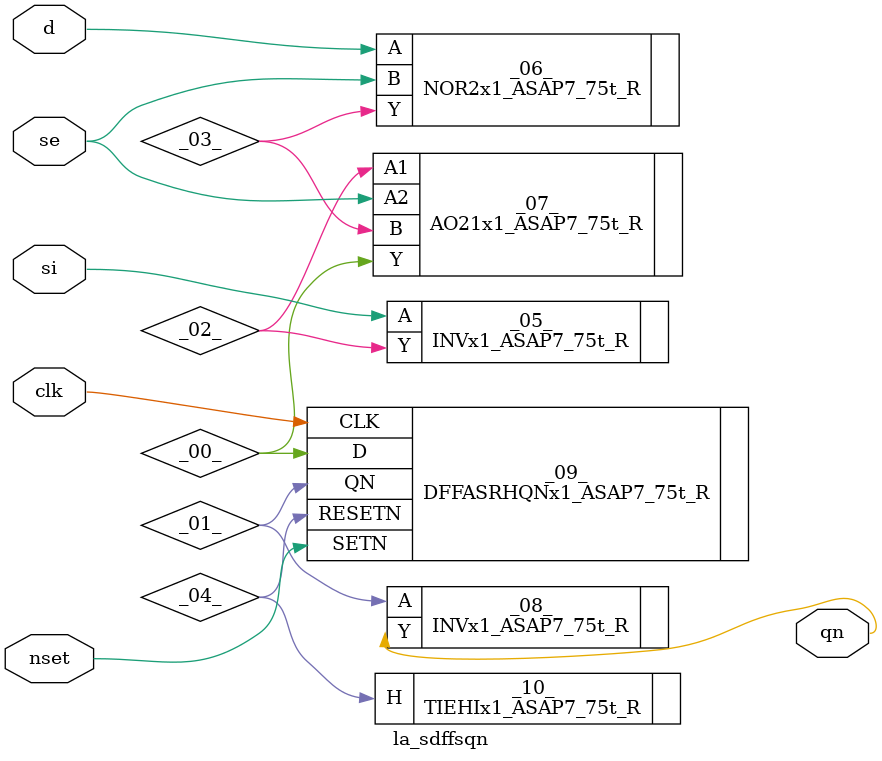
<source format=v>

/* Generated by Yosys 0.44 (git sha1 80ba43d26, g++ 11.4.0-1ubuntu1~22.04 -fPIC -O3) */

(* top =  1  *)
(* src = "generated" *)
(* keep_hierarchy *)
module la_sdffsqn (
    d,
    si,
    se,
    clk,
    nset,
    qn
);
  (* src = "generated" *)
  wire _00_;
  wire _01_;
  wire _02_;
  wire _03_;
  wire _04_;
  (* src = "generated" *)
  input clk;
  wire clk;
  (* src = "generated" *)
  input d;
  wire d;
  (* src = "generated" *)
  input nset;
  wire nset;
  (* src = "generated" *)
  output qn;
  wire qn;
  (* src = "generated" *)
  input se;
  wire se;
  (* src = "generated" *)
  input si;
  wire si;
  INVx1_ASAP7_75t_R _05_ (
      .A(si),
      .Y(_02_)
  );
  NOR2x1_ASAP7_75t_R _06_ (
      .A(d),
      .B(se),
      .Y(_03_)
  );
  AO21x1_ASAP7_75t_R _07_ (
      .A1(_02_),
      .A2(se),
      .B (_03_),
      .Y (_00_)
  );
  INVx1_ASAP7_75t_R _08_ (
      .A(_01_),
      .Y(qn)
  );
  (* src = "generated" *)
  DFFASRHQNx1_ASAP7_75t_R _09_ (
      .CLK(clk),
      .D(_00_),
      .QN(_01_),
      .RESETN(_04_),
      .SETN(nset)
  );
  TIEHIx1_ASAP7_75t_R _10_ (.H(_04_));
endmodule

</source>
